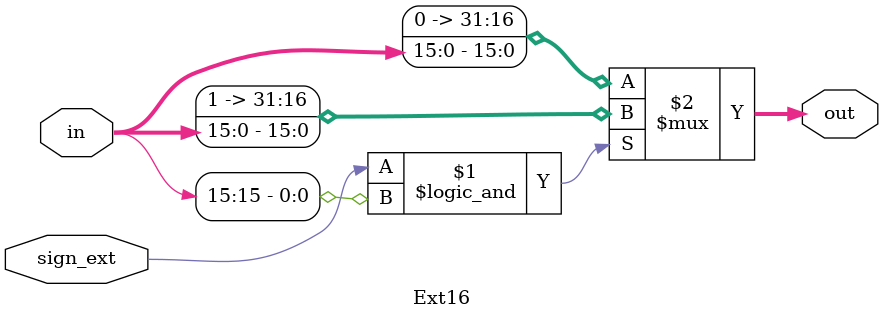
<source format=v>
module Ext16 (
    input [15:0] in,
    input sign_ext,
    output [31:0] out
);
    assign out = (sign_ext&&in[15])?{16'hffff, in}:{16'b0, in};
endmodule

</source>
